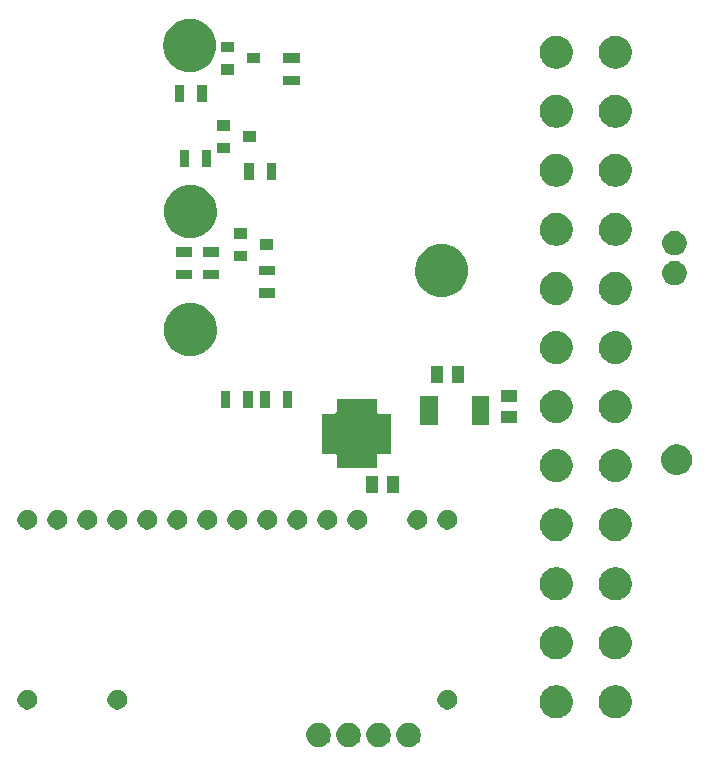
<source format=gbr>
G04 #@! TF.GenerationSoftware,KiCad,Pcbnew,(5.0.1)-rc2*
G04 #@! TF.CreationDate,2018-11-18T14:41:54-07:00*
G04 #@! TF.ProjectId,PowerSupply,506F776572537570706C792E6B696361,rev?*
G04 #@! TF.SameCoordinates,Original*
G04 #@! TF.FileFunction,Soldermask,Bot*
G04 #@! TF.FilePolarity,Negative*
%FSLAX46Y46*%
G04 Gerber Fmt 4.6, Leading zero omitted, Abs format (unit mm)*
G04 Created by KiCad (PCBNEW (5.0.1)-rc2) date 11/18/2018 2:41:54 PM*
%MOMM*%
%LPD*%
G01*
G04 APERTURE LIST*
%ADD10C,0.100000*%
G04 APERTURE END LIST*
D10*
G36*
X218723765Y-148298620D02*
X218913289Y-148377123D01*
X219083855Y-148491092D01*
X219228908Y-148636145D01*
X219342877Y-148806711D01*
X219421380Y-148996235D01*
X219461400Y-149197430D01*
X219461400Y-149402570D01*
X219421380Y-149603765D01*
X219342877Y-149793289D01*
X219228908Y-149963855D01*
X219083855Y-150108908D01*
X218913289Y-150222877D01*
X218723765Y-150301380D01*
X218522570Y-150341400D01*
X218317430Y-150341400D01*
X218116235Y-150301380D01*
X217926711Y-150222877D01*
X217756145Y-150108908D01*
X217611092Y-149963855D01*
X217497123Y-149793289D01*
X217418620Y-149603765D01*
X217378600Y-149402570D01*
X217378600Y-149197430D01*
X217418620Y-148996235D01*
X217497123Y-148806711D01*
X217611092Y-148636145D01*
X217756145Y-148491092D01*
X217926711Y-148377123D01*
X218116235Y-148298620D01*
X218317430Y-148258600D01*
X218522570Y-148258600D01*
X218723765Y-148298620D01*
X218723765Y-148298620D01*
G37*
G36*
X221263765Y-148298620D02*
X221453289Y-148377123D01*
X221623855Y-148491092D01*
X221768908Y-148636145D01*
X221882877Y-148806711D01*
X221961380Y-148996235D01*
X222001400Y-149197430D01*
X222001400Y-149402570D01*
X221961380Y-149603765D01*
X221882877Y-149793289D01*
X221768908Y-149963855D01*
X221623855Y-150108908D01*
X221453289Y-150222877D01*
X221263765Y-150301380D01*
X221062570Y-150341400D01*
X220857430Y-150341400D01*
X220656235Y-150301380D01*
X220466711Y-150222877D01*
X220296145Y-150108908D01*
X220151092Y-149963855D01*
X220037123Y-149793289D01*
X219958620Y-149603765D01*
X219918600Y-149402570D01*
X219918600Y-149197430D01*
X219958620Y-148996235D01*
X220037123Y-148806711D01*
X220151092Y-148636145D01*
X220296145Y-148491092D01*
X220466711Y-148377123D01*
X220656235Y-148298620D01*
X220857430Y-148258600D01*
X221062570Y-148258600D01*
X221263765Y-148298620D01*
X221263765Y-148298620D01*
G37*
G36*
X223803765Y-148298620D02*
X223993289Y-148377123D01*
X224163855Y-148491092D01*
X224308908Y-148636145D01*
X224422877Y-148806711D01*
X224501380Y-148996235D01*
X224541400Y-149197430D01*
X224541400Y-149402570D01*
X224501380Y-149603765D01*
X224422877Y-149793289D01*
X224308908Y-149963855D01*
X224163855Y-150108908D01*
X223993289Y-150222877D01*
X223803765Y-150301380D01*
X223602570Y-150341400D01*
X223397430Y-150341400D01*
X223196235Y-150301380D01*
X223006711Y-150222877D01*
X222836145Y-150108908D01*
X222691092Y-149963855D01*
X222577123Y-149793289D01*
X222498620Y-149603765D01*
X222458600Y-149402570D01*
X222458600Y-149197430D01*
X222498620Y-148996235D01*
X222577123Y-148806711D01*
X222691092Y-148636145D01*
X222836145Y-148491092D01*
X223006711Y-148377123D01*
X223196235Y-148298620D01*
X223397430Y-148258600D01*
X223602570Y-148258600D01*
X223803765Y-148298620D01*
X223803765Y-148298620D01*
G37*
G36*
X216183765Y-148298620D02*
X216373289Y-148377123D01*
X216543855Y-148491092D01*
X216688908Y-148636145D01*
X216802877Y-148806711D01*
X216881380Y-148996235D01*
X216921400Y-149197430D01*
X216921400Y-149402570D01*
X216881380Y-149603765D01*
X216802877Y-149793289D01*
X216688908Y-149963855D01*
X216543855Y-150108908D01*
X216373289Y-150222877D01*
X216183765Y-150301380D01*
X215982570Y-150341400D01*
X215777430Y-150341400D01*
X215576235Y-150301380D01*
X215386711Y-150222877D01*
X215216145Y-150108908D01*
X215071092Y-149963855D01*
X214957123Y-149793289D01*
X214878620Y-149603765D01*
X214838600Y-149402570D01*
X214838600Y-149197430D01*
X214878620Y-148996235D01*
X214957123Y-148806711D01*
X215071092Y-148636145D01*
X215216145Y-148491092D01*
X215386711Y-148377123D01*
X215576235Y-148298620D01*
X215777430Y-148258600D01*
X215982570Y-148258600D01*
X216183765Y-148298620D01*
X216183765Y-148298620D01*
G37*
G36*
X241318433Y-145134893D02*
X241408657Y-145152839D01*
X241514267Y-145196585D01*
X241663621Y-145258449D01*
X241893089Y-145411774D01*
X242088226Y-145606911D01*
X242241551Y-145836379D01*
X242347161Y-146091344D01*
X242401000Y-146362012D01*
X242401000Y-146637988D01*
X242347161Y-146908656D01*
X242241551Y-147163621D01*
X242088226Y-147393089D01*
X241893089Y-147588226D01*
X241663621Y-147741551D01*
X241514267Y-147803415D01*
X241408657Y-147847161D01*
X241318433Y-147865107D01*
X241137988Y-147901000D01*
X240862012Y-147901000D01*
X240681567Y-147865107D01*
X240591343Y-147847161D01*
X240485733Y-147803415D01*
X240336379Y-147741551D01*
X240106911Y-147588226D01*
X239911774Y-147393089D01*
X239758449Y-147163621D01*
X239652839Y-146908656D01*
X239599000Y-146637988D01*
X239599000Y-146362012D01*
X239652839Y-146091344D01*
X239758449Y-145836379D01*
X239911774Y-145606911D01*
X240106911Y-145411774D01*
X240336379Y-145258449D01*
X240485733Y-145196585D01*
X240591343Y-145152839D01*
X240681567Y-145134893D01*
X240862012Y-145099000D01*
X241137988Y-145099000D01*
X241318433Y-145134893D01*
X241318433Y-145134893D01*
G37*
G36*
X236318433Y-145134893D02*
X236408657Y-145152839D01*
X236514267Y-145196585D01*
X236663621Y-145258449D01*
X236893089Y-145411774D01*
X237088226Y-145606911D01*
X237241551Y-145836379D01*
X237347161Y-146091344D01*
X237401000Y-146362012D01*
X237401000Y-146637988D01*
X237347161Y-146908656D01*
X237241551Y-147163621D01*
X237088226Y-147393089D01*
X236893089Y-147588226D01*
X236663621Y-147741551D01*
X236514267Y-147803415D01*
X236408657Y-147847161D01*
X236318433Y-147865107D01*
X236137988Y-147901000D01*
X235862012Y-147901000D01*
X235681567Y-147865107D01*
X235591343Y-147847161D01*
X235485733Y-147803415D01*
X235336379Y-147741551D01*
X235106911Y-147588226D01*
X234911774Y-147393089D01*
X234758449Y-147163621D01*
X234652839Y-146908656D01*
X234599000Y-146637988D01*
X234599000Y-146362012D01*
X234652839Y-146091344D01*
X234758449Y-145836379D01*
X234911774Y-145606911D01*
X235106911Y-145411774D01*
X235336379Y-145258449D01*
X235485733Y-145196585D01*
X235591343Y-145152839D01*
X235681567Y-145134893D01*
X235862012Y-145099000D01*
X236137988Y-145099000D01*
X236318433Y-145134893D01*
X236318433Y-145134893D01*
G37*
G36*
X199030560Y-145503079D02*
X199084552Y-145513819D01*
X199237131Y-145577019D01*
X199374449Y-145668772D01*
X199491228Y-145785551D01*
X199582981Y-145922869D01*
X199646181Y-146075448D01*
X199678400Y-146237425D01*
X199678400Y-146402575D01*
X199646181Y-146564552D01*
X199582981Y-146717131D01*
X199491228Y-146854449D01*
X199374449Y-146971228D01*
X199237131Y-147062981D01*
X199084552Y-147126181D01*
X199030560Y-147136921D01*
X198922577Y-147158400D01*
X198757423Y-147158400D01*
X198649440Y-147136921D01*
X198595448Y-147126181D01*
X198442869Y-147062981D01*
X198305551Y-146971228D01*
X198188772Y-146854449D01*
X198097019Y-146717131D01*
X198033819Y-146564552D01*
X198001600Y-146402575D01*
X198001600Y-146237425D01*
X198033819Y-146075448D01*
X198097019Y-145922869D01*
X198188772Y-145785551D01*
X198305551Y-145668772D01*
X198442869Y-145577019D01*
X198595448Y-145513819D01*
X198649440Y-145503079D01*
X198757423Y-145481600D01*
X198922577Y-145481600D01*
X199030560Y-145503079D01*
X199030560Y-145503079D01*
G37*
G36*
X191410560Y-145503079D02*
X191464552Y-145513819D01*
X191617131Y-145577019D01*
X191754449Y-145668772D01*
X191871228Y-145785551D01*
X191962981Y-145922869D01*
X192026181Y-146075448D01*
X192058400Y-146237425D01*
X192058400Y-146402575D01*
X192026181Y-146564552D01*
X191962981Y-146717131D01*
X191871228Y-146854449D01*
X191754449Y-146971228D01*
X191617131Y-147062981D01*
X191464552Y-147126181D01*
X191410560Y-147136921D01*
X191302577Y-147158400D01*
X191137423Y-147158400D01*
X191029440Y-147136921D01*
X190975448Y-147126181D01*
X190822869Y-147062981D01*
X190685551Y-146971228D01*
X190568772Y-146854449D01*
X190477019Y-146717131D01*
X190413819Y-146564552D01*
X190381600Y-146402575D01*
X190381600Y-146237425D01*
X190413819Y-146075448D01*
X190477019Y-145922869D01*
X190568772Y-145785551D01*
X190685551Y-145668772D01*
X190822869Y-145577019D01*
X190975448Y-145513819D01*
X191029440Y-145503079D01*
X191137423Y-145481600D01*
X191302577Y-145481600D01*
X191410560Y-145503079D01*
X191410560Y-145503079D01*
G37*
G36*
X226970560Y-145503079D02*
X227024552Y-145513819D01*
X227177131Y-145577019D01*
X227314449Y-145668772D01*
X227431228Y-145785551D01*
X227522981Y-145922869D01*
X227586181Y-146075448D01*
X227618400Y-146237425D01*
X227618400Y-146402575D01*
X227586181Y-146564552D01*
X227522981Y-146717131D01*
X227431228Y-146854449D01*
X227314449Y-146971228D01*
X227177131Y-147062981D01*
X227024552Y-147126181D01*
X226970560Y-147136921D01*
X226862577Y-147158400D01*
X226697423Y-147158400D01*
X226589440Y-147136921D01*
X226535448Y-147126181D01*
X226382869Y-147062981D01*
X226245551Y-146971228D01*
X226128772Y-146854449D01*
X226037019Y-146717131D01*
X225973819Y-146564552D01*
X225941600Y-146402575D01*
X225941600Y-146237425D01*
X225973819Y-146075448D01*
X226037019Y-145922869D01*
X226128772Y-145785551D01*
X226245551Y-145668772D01*
X226382869Y-145577019D01*
X226535448Y-145513819D01*
X226589440Y-145503079D01*
X226697423Y-145481600D01*
X226862577Y-145481600D01*
X226970560Y-145503079D01*
X226970560Y-145503079D01*
G37*
G36*
X236318433Y-140134893D02*
X236408657Y-140152839D01*
X236514267Y-140196585D01*
X236663621Y-140258449D01*
X236893089Y-140411774D01*
X237088226Y-140606911D01*
X237241551Y-140836379D01*
X237347161Y-141091344D01*
X237401000Y-141362012D01*
X237401000Y-141637988D01*
X237347161Y-141908656D01*
X237241551Y-142163621D01*
X237088226Y-142393089D01*
X236893089Y-142588226D01*
X236663621Y-142741551D01*
X236514267Y-142803415D01*
X236408657Y-142847161D01*
X236318433Y-142865107D01*
X236137988Y-142901000D01*
X235862012Y-142901000D01*
X235681567Y-142865107D01*
X235591343Y-142847161D01*
X235485733Y-142803415D01*
X235336379Y-142741551D01*
X235106911Y-142588226D01*
X234911774Y-142393089D01*
X234758449Y-142163621D01*
X234652839Y-141908656D01*
X234599000Y-141637988D01*
X234599000Y-141362012D01*
X234652839Y-141091344D01*
X234758449Y-140836379D01*
X234911774Y-140606911D01*
X235106911Y-140411774D01*
X235336379Y-140258449D01*
X235485733Y-140196585D01*
X235591343Y-140152839D01*
X235681567Y-140134893D01*
X235862012Y-140099000D01*
X236137988Y-140099000D01*
X236318433Y-140134893D01*
X236318433Y-140134893D01*
G37*
G36*
X241318433Y-140134893D02*
X241408657Y-140152839D01*
X241514267Y-140196585D01*
X241663621Y-140258449D01*
X241893089Y-140411774D01*
X242088226Y-140606911D01*
X242241551Y-140836379D01*
X242347161Y-141091344D01*
X242401000Y-141362012D01*
X242401000Y-141637988D01*
X242347161Y-141908656D01*
X242241551Y-142163621D01*
X242088226Y-142393089D01*
X241893089Y-142588226D01*
X241663621Y-142741551D01*
X241514267Y-142803415D01*
X241408657Y-142847161D01*
X241318433Y-142865107D01*
X241137988Y-142901000D01*
X240862012Y-142901000D01*
X240681567Y-142865107D01*
X240591343Y-142847161D01*
X240485733Y-142803415D01*
X240336379Y-142741551D01*
X240106911Y-142588226D01*
X239911774Y-142393089D01*
X239758449Y-142163621D01*
X239652839Y-141908656D01*
X239599000Y-141637988D01*
X239599000Y-141362012D01*
X239652839Y-141091344D01*
X239758449Y-140836379D01*
X239911774Y-140606911D01*
X240106911Y-140411774D01*
X240336379Y-140258449D01*
X240485733Y-140196585D01*
X240591343Y-140152839D01*
X240681567Y-140134893D01*
X240862012Y-140099000D01*
X241137988Y-140099000D01*
X241318433Y-140134893D01*
X241318433Y-140134893D01*
G37*
G36*
X241318433Y-135134893D02*
X241408657Y-135152839D01*
X241514267Y-135196585D01*
X241663621Y-135258449D01*
X241893089Y-135411774D01*
X242088226Y-135606911D01*
X242241551Y-135836379D01*
X242347161Y-136091344D01*
X242401000Y-136362012D01*
X242401000Y-136637988D01*
X242347161Y-136908656D01*
X242241551Y-137163621D01*
X242088226Y-137393089D01*
X241893089Y-137588226D01*
X241663621Y-137741551D01*
X241514267Y-137803415D01*
X241408657Y-137847161D01*
X241318433Y-137865107D01*
X241137988Y-137901000D01*
X240862012Y-137901000D01*
X240681567Y-137865107D01*
X240591343Y-137847161D01*
X240485733Y-137803415D01*
X240336379Y-137741551D01*
X240106911Y-137588226D01*
X239911774Y-137393089D01*
X239758449Y-137163621D01*
X239652839Y-136908656D01*
X239599000Y-136637988D01*
X239599000Y-136362012D01*
X239652839Y-136091344D01*
X239758449Y-135836379D01*
X239911774Y-135606911D01*
X240106911Y-135411774D01*
X240336379Y-135258449D01*
X240485733Y-135196585D01*
X240591343Y-135152839D01*
X240681567Y-135134893D01*
X240862012Y-135099000D01*
X241137988Y-135099000D01*
X241318433Y-135134893D01*
X241318433Y-135134893D01*
G37*
G36*
X236318433Y-135134893D02*
X236408657Y-135152839D01*
X236514267Y-135196585D01*
X236663621Y-135258449D01*
X236893089Y-135411774D01*
X237088226Y-135606911D01*
X237241551Y-135836379D01*
X237347161Y-136091344D01*
X237401000Y-136362012D01*
X237401000Y-136637988D01*
X237347161Y-136908656D01*
X237241551Y-137163621D01*
X237088226Y-137393089D01*
X236893089Y-137588226D01*
X236663621Y-137741551D01*
X236514267Y-137803415D01*
X236408657Y-137847161D01*
X236318433Y-137865107D01*
X236137988Y-137901000D01*
X235862012Y-137901000D01*
X235681567Y-137865107D01*
X235591343Y-137847161D01*
X235485733Y-137803415D01*
X235336379Y-137741551D01*
X235106911Y-137588226D01*
X234911774Y-137393089D01*
X234758449Y-137163621D01*
X234652839Y-136908656D01*
X234599000Y-136637988D01*
X234599000Y-136362012D01*
X234652839Y-136091344D01*
X234758449Y-135836379D01*
X234911774Y-135606911D01*
X235106911Y-135411774D01*
X235336379Y-135258449D01*
X235485733Y-135196585D01*
X235591343Y-135152839D01*
X235681567Y-135134893D01*
X235862012Y-135099000D01*
X236137988Y-135099000D01*
X236318433Y-135134893D01*
X236318433Y-135134893D01*
G37*
G36*
X241318433Y-130134893D02*
X241408657Y-130152839D01*
X241514267Y-130196585D01*
X241663621Y-130258449D01*
X241893089Y-130411774D01*
X242088226Y-130606911D01*
X242241551Y-130836379D01*
X242303415Y-130985733D01*
X242308259Y-130997425D01*
X242347161Y-131091344D01*
X242401000Y-131362012D01*
X242401000Y-131637988D01*
X242347161Y-131908656D01*
X242241551Y-132163621D01*
X242088226Y-132393089D01*
X241893089Y-132588226D01*
X241663621Y-132741551D01*
X241514267Y-132803415D01*
X241408657Y-132847161D01*
X241318433Y-132865107D01*
X241137988Y-132901000D01*
X240862012Y-132901000D01*
X240681567Y-132865107D01*
X240591343Y-132847161D01*
X240485733Y-132803415D01*
X240336379Y-132741551D01*
X240106911Y-132588226D01*
X239911774Y-132393089D01*
X239758449Y-132163621D01*
X239652839Y-131908656D01*
X239599000Y-131637988D01*
X239599000Y-131362012D01*
X239652839Y-131091344D01*
X239691742Y-130997425D01*
X239696585Y-130985733D01*
X239758449Y-130836379D01*
X239911774Y-130606911D01*
X240106911Y-130411774D01*
X240336379Y-130258449D01*
X240485733Y-130196585D01*
X240591343Y-130152839D01*
X240681567Y-130134893D01*
X240862012Y-130099000D01*
X241137988Y-130099000D01*
X241318433Y-130134893D01*
X241318433Y-130134893D01*
G37*
G36*
X236318433Y-130134893D02*
X236408657Y-130152839D01*
X236514267Y-130196585D01*
X236663621Y-130258449D01*
X236893089Y-130411774D01*
X237088226Y-130606911D01*
X237241551Y-130836379D01*
X237303415Y-130985733D01*
X237308259Y-130997425D01*
X237347161Y-131091344D01*
X237401000Y-131362012D01*
X237401000Y-131637988D01*
X237347161Y-131908656D01*
X237241551Y-132163621D01*
X237088226Y-132393089D01*
X236893089Y-132588226D01*
X236663621Y-132741551D01*
X236514267Y-132803415D01*
X236408657Y-132847161D01*
X236318433Y-132865107D01*
X236137988Y-132901000D01*
X235862012Y-132901000D01*
X235681567Y-132865107D01*
X235591343Y-132847161D01*
X235485733Y-132803415D01*
X235336379Y-132741551D01*
X235106911Y-132588226D01*
X234911774Y-132393089D01*
X234758449Y-132163621D01*
X234652839Y-131908656D01*
X234599000Y-131637988D01*
X234599000Y-131362012D01*
X234652839Y-131091344D01*
X234691742Y-130997425D01*
X234696585Y-130985733D01*
X234758449Y-130836379D01*
X234911774Y-130606911D01*
X235106911Y-130411774D01*
X235336379Y-130258449D01*
X235485733Y-130196585D01*
X235591343Y-130152839D01*
X235681567Y-130134893D01*
X235862012Y-130099000D01*
X236137988Y-130099000D01*
X236318433Y-130134893D01*
X236318433Y-130134893D01*
G37*
G36*
X216810560Y-130263079D02*
X216864552Y-130273819D01*
X217017131Y-130337019D01*
X217154449Y-130428772D01*
X217271228Y-130545551D01*
X217362981Y-130682869D01*
X217426181Y-130835448D01*
X217458400Y-130997425D01*
X217458400Y-131162575D01*
X217426181Y-131324552D01*
X217362981Y-131477131D01*
X217271228Y-131614449D01*
X217154449Y-131731228D01*
X217017131Y-131822981D01*
X216864552Y-131886181D01*
X216810560Y-131896921D01*
X216702577Y-131918400D01*
X216537423Y-131918400D01*
X216429440Y-131896921D01*
X216375448Y-131886181D01*
X216222869Y-131822981D01*
X216085551Y-131731228D01*
X215968772Y-131614449D01*
X215877019Y-131477131D01*
X215813819Y-131324552D01*
X215781600Y-131162575D01*
X215781600Y-130997425D01*
X215813819Y-130835448D01*
X215877019Y-130682869D01*
X215968772Y-130545551D01*
X216085551Y-130428772D01*
X216222869Y-130337019D01*
X216375448Y-130273819D01*
X216429440Y-130263079D01*
X216537423Y-130241600D01*
X216702577Y-130241600D01*
X216810560Y-130263079D01*
X216810560Y-130263079D01*
G37*
G36*
X209190560Y-130263079D02*
X209244552Y-130273819D01*
X209397131Y-130337019D01*
X209534449Y-130428772D01*
X209651228Y-130545551D01*
X209742981Y-130682869D01*
X209806181Y-130835448D01*
X209838400Y-130997425D01*
X209838400Y-131162575D01*
X209806181Y-131324552D01*
X209742981Y-131477131D01*
X209651228Y-131614449D01*
X209534449Y-131731228D01*
X209397131Y-131822981D01*
X209244552Y-131886181D01*
X209190560Y-131896921D01*
X209082577Y-131918400D01*
X208917423Y-131918400D01*
X208809440Y-131896921D01*
X208755448Y-131886181D01*
X208602869Y-131822981D01*
X208465551Y-131731228D01*
X208348772Y-131614449D01*
X208257019Y-131477131D01*
X208193819Y-131324552D01*
X208161600Y-131162575D01*
X208161600Y-130997425D01*
X208193819Y-130835448D01*
X208257019Y-130682869D01*
X208348772Y-130545551D01*
X208465551Y-130428772D01*
X208602869Y-130337019D01*
X208755448Y-130273819D01*
X208809440Y-130263079D01*
X208917423Y-130241600D01*
X209082577Y-130241600D01*
X209190560Y-130263079D01*
X209190560Y-130263079D01*
G37*
G36*
X226970560Y-130263079D02*
X227024552Y-130273819D01*
X227177131Y-130337019D01*
X227314449Y-130428772D01*
X227431228Y-130545551D01*
X227522981Y-130682869D01*
X227586181Y-130835448D01*
X227618400Y-130997425D01*
X227618400Y-131162575D01*
X227586181Y-131324552D01*
X227522981Y-131477131D01*
X227431228Y-131614449D01*
X227314449Y-131731228D01*
X227177131Y-131822981D01*
X227024552Y-131886181D01*
X226970560Y-131896921D01*
X226862577Y-131918400D01*
X226697423Y-131918400D01*
X226589440Y-131896921D01*
X226535448Y-131886181D01*
X226382869Y-131822981D01*
X226245551Y-131731228D01*
X226128772Y-131614449D01*
X226037019Y-131477131D01*
X225973819Y-131324552D01*
X225941600Y-131162575D01*
X225941600Y-130997425D01*
X225973819Y-130835448D01*
X226037019Y-130682869D01*
X226128772Y-130545551D01*
X226245551Y-130428772D01*
X226382869Y-130337019D01*
X226535448Y-130273819D01*
X226589440Y-130263079D01*
X226697423Y-130241600D01*
X226862577Y-130241600D01*
X226970560Y-130263079D01*
X226970560Y-130263079D01*
G37*
G36*
X224430560Y-130263079D02*
X224484552Y-130273819D01*
X224637131Y-130337019D01*
X224774449Y-130428772D01*
X224891228Y-130545551D01*
X224982981Y-130682869D01*
X225046181Y-130835448D01*
X225078400Y-130997425D01*
X225078400Y-131162575D01*
X225046181Y-131324552D01*
X224982981Y-131477131D01*
X224891228Y-131614449D01*
X224774449Y-131731228D01*
X224637131Y-131822981D01*
X224484552Y-131886181D01*
X224430560Y-131896921D01*
X224322577Y-131918400D01*
X224157423Y-131918400D01*
X224049440Y-131896921D01*
X223995448Y-131886181D01*
X223842869Y-131822981D01*
X223705551Y-131731228D01*
X223588772Y-131614449D01*
X223497019Y-131477131D01*
X223433819Y-131324552D01*
X223401600Y-131162575D01*
X223401600Y-130997425D01*
X223433819Y-130835448D01*
X223497019Y-130682869D01*
X223588772Y-130545551D01*
X223705551Y-130428772D01*
X223842869Y-130337019D01*
X223995448Y-130273819D01*
X224049440Y-130263079D01*
X224157423Y-130241600D01*
X224322577Y-130241600D01*
X224430560Y-130263079D01*
X224430560Y-130263079D01*
G37*
G36*
X219350560Y-130263079D02*
X219404552Y-130273819D01*
X219557131Y-130337019D01*
X219694449Y-130428772D01*
X219811228Y-130545551D01*
X219902981Y-130682869D01*
X219966181Y-130835448D01*
X219998400Y-130997425D01*
X219998400Y-131162575D01*
X219966181Y-131324552D01*
X219902981Y-131477131D01*
X219811228Y-131614449D01*
X219694449Y-131731228D01*
X219557131Y-131822981D01*
X219404552Y-131886181D01*
X219350560Y-131896921D01*
X219242577Y-131918400D01*
X219077423Y-131918400D01*
X218969440Y-131896921D01*
X218915448Y-131886181D01*
X218762869Y-131822981D01*
X218625551Y-131731228D01*
X218508772Y-131614449D01*
X218417019Y-131477131D01*
X218353819Y-131324552D01*
X218321600Y-131162575D01*
X218321600Y-130997425D01*
X218353819Y-130835448D01*
X218417019Y-130682869D01*
X218508772Y-130545551D01*
X218625551Y-130428772D01*
X218762869Y-130337019D01*
X218915448Y-130273819D01*
X218969440Y-130263079D01*
X219077423Y-130241600D01*
X219242577Y-130241600D01*
X219350560Y-130263079D01*
X219350560Y-130263079D01*
G37*
G36*
X214270560Y-130263079D02*
X214324552Y-130273819D01*
X214477131Y-130337019D01*
X214614449Y-130428772D01*
X214731228Y-130545551D01*
X214822981Y-130682869D01*
X214886181Y-130835448D01*
X214918400Y-130997425D01*
X214918400Y-131162575D01*
X214886181Y-131324552D01*
X214822981Y-131477131D01*
X214731228Y-131614449D01*
X214614449Y-131731228D01*
X214477131Y-131822981D01*
X214324552Y-131886181D01*
X214270560Y-131896921D01*
X214162577Y-131918400D01*
X213997423Y-131918400D01*
X213889440Y-131896921D01*
X213835448Y-131886181D01*
X213682869Y-131822981D01*
X213545551Y-131731228D01*
X213428772Y-131614449D01*
X213337019Y-131477131D01*
X213273819Y-131324552D01*
X213241600Y-131162575D01*
X213241600Y-130997425D01*
X213273819Y-130835448D01*
X213337019Y-130682869D01*
X213428772Y-130545551D01*
X213545551Y-130428772D01*
X213682869Y-130337019D01*
X213835448Y-130273819D01*
X213889440Y-130263079D01*
X213997423Y-130241600D01*
X214162577Y-130241600D01*
X214270560Y-130263079D01*
X214270560Y-130263079D01*
G37*
G36*
X206650560Y-130263079D02*
X206704552Y-130273819D01*
X206857131Y-130337019D01*
X206994449Y-130428772D01*
X207111228Y-130545551D01*
X207202981Y-130682869D01*
X207266181Y-130835448D01*
X207298400Y-130997425D01*
X207298400Y-131162575D01*
X207266181Y-131324552D01*
X207202981Y-131477131D01*
X207111228Y-131614449D01*
X206994449Y-131731228D01*
X206857131Y-131822981D01*
X206704552Y-131886181D01*
X206650560Y-131896921D01*
X206542577Y-131918400D01*
X206377423Y-131918400D01*
X206269440Y-131896921D01*
X206215448Y-131886181D01*
X206062869Y-131822981D01*
X205925551Y-131731228D01*
X205808772Y-131614449D01*
X205717019Y-131477131D01*
X205653819Y-131324552D01*
X205621600Y-131162575D01*
X205621600Y-130997425D01*
X205653819Y-130835448D01*
X205717019Y-130682869D01*
X205808772Y-130545551D01*
X205925551Y-130428772D01*
X206062869Y-130337019D01*
X206215448Y-130273819D01*
X206269440Y-130263079D01*
X206377423Y-130241600D01*
X206542577Y-130241600D01*
X206650560Y-130263079D01*
X206650560Y-130263079D01*
G37*
G36*
X211730560Y-130263079D02*
X211784552Y-130273819D01*
X211937131Y-130337019D01*
X212074449Y-130428772D01*
X212191228Y-130545551D01*
X212282981Y-130682869D01*
X212346181Y-130835448D01*
X212378400Y-130997425D01*
X212378400Y-131162575D01*
X212346181Y-131324552D01*
X212282981Y-131477131D01*
X212191228Y-131614449D01*
X212074449Y-131731228D01*
X211937131Y-131822981D01*
X211784552Y-131886181D01*
X211730560Y-131896921D01*
X211622577Y-131918400D01*
X211457423Y-131918400D01*
X211349440Y-131896921D01*
X211295448Y-131886181D01*
X211142869Y-131822981D01*
X211005551Y-131731228D01*
X210888772Y-131614449D01*
X210797019Y-131477131D01*
X210733819Y-131324552D01*
X210701600Y-131162575D01*
X210701600Y-130997425D01*
X210733819Y-130835448D01*
X210797019Y-130682869D01*
X210888772Y-130545551D01*
X211005551Y-130428772D01*
X211142869Y-130337019D01*
X211295448Y-130273819D01*
X211349440Y-130263079D01*
X211457423Y-130241600D01*
X211622577Y-130241600D01*
X211730560Y-130263079D01*
X211730560Y-130263079D01*
G37*
G36*
X193950560Y-130263079D02*
X194004552Y-130273819D01*
X194157131Y-130337019D01*
X194294449Y-130428772D01*
X194411228Y-130545551D01*
X194502981Y-130682869D01*
X194566181Y-130835448D01*
X194598400Y-130997425D01*
X194598400Y-131162575D01*
X194566181Y-131324552D01*
X194502981Y-131477131D01*
X194411228Y-131614449D01*
X194294449Y-131731228D01*
X194157131Y-131822981D01*
X194004552Y-131886181D01*
X193950560Y-131896921D01*
X193842577Y-131918400D01*
X193677423Y-131918400D01*
X193569440Y-131896921D01*
X193515448Y-131886181D01*
X193362869Y-131822981D01*
X193225551Y-131731228D01*
X193108772Y-131614449D01*
X193017019Y-131477131D01*
X192953819Y-131324552D01*
X192921600Y-131162575D01*
X192921600Y-130997425D01*
X192953819Y-130835448D01*
X193017019Y-130682869D01*
X193108772Y-130545551D01*
X193225551Y-130428772D01*
X193362869Y-130337019D01*
X193515448Y-130273819D01*
X193569440Y-130263079D01*
X193677423Y-130241600D01*
X193842577Y-130241600D01*
X193950560Y-130263079D01*
X193950560Y-130263079D01*
G37*
G36*
X196490560Y-130263079D02*
X196544552Y-130273819D01*
X196697131Y-130337019D01*
X196834449Y-130428772D01*
X196951228Y-130545551D01*
X197042981Y-130682869D01*
X197106181Y-130835448D01*
X197138400Y-130997425D01*
X197138400Y-131162575D01*
X197106181Y-131324552D01*
X197042981Y-131477131D01*
X196951228Y-131614449D01*
X196834449Y-131731228D01*
X196697131Y-131822981D01*
X196544552Y-131886181D01*
X196490560Y-131896921D01*
X196382577Y-131918400D01*
X196217423Y-131918400D01*
X196109440Y-131896921D01*
X196055448Y-131886181D01*
X195902869Y-131822981D01*
X195765551Y-131731228D01*
X195648772Y-131614449D01*
X195557019Y-131477131D01*
X195493819Y-131324552D01*
X195461600Y-131162575D01*
X195461600Y-130997425D01*
X195493819Y-130835448D01*
X195557019Y-130682869D01*
X195648772Y-130545551D01*
X195765551Y-130428772D01*
X195902869Y-130337019D01*
X196055448Y-130273819D01*
X196109440Y-130263079D01*
X196217423Y-130241600D01*
X196382577Y-130241600D01*
X196490560Y-130263079D01*
X196490560Y-130263079D01*
G37*
G36*
X199030560Y-130263079D02*
X199084552Y-130273819D01*
X199237131Y-130337019D01*
X199374449Y-130428772D01*
X199491228Y-130545551D01*
X199582981Y-130682869D01*
X199646181Y-130835448D01*
X199678400Y-130997425D01*
X199678400Y-131162575D01*
X199646181Y-131324552D01*
X199582981Y-131477131D01*
X199491228Y-131614449D01*
X199374449Y-131731228D01*
X199237131Y-131822981D01*
X199084552Y-131886181D01*
X199030560Y-131896921D01*
X198922577Y-131918400D01*
X198757423Y-131918400D01*
X198649440Y-131896921D01*
X198595448Y-131886181D01*
X198442869Y-131822981D01*
X198305551Y-131731228D01*
X198188772Y-131614449D01*
X198097019Y-131477131D01*
X198033819Y-131324552D01*
X198001600Y-131162575D01*
X198001600Y-130997425D01*
X198033819Y-130835448D01*
X198097019Y-130682869D01*
X198188772Y-130545551D01*
X198305551Y-130428772D01*
X198442869Y-130337019D01*
X198595448Y-130273819D01*
X198649440Y-130263079D01*
X198757423Y-130241600D01*
X198922577Y-130241600D01*
X199030560Y-130263079D01*
X199030560Y-130263079D01*
G37*
G36*
X204110560Y-130263079D02*
X204164552Y-130273819D01*
X204317131Y-130337019D01*
X204454449Y-130428772D01*
X204571228Y-130545551D01*
X204662981Y-130682869D01*
X204726181Y-130835448D01*
X204758400Y-130997425D01*
X204758400Y-131162575D01*
X204726181Y-131324552D01*
X204662981Y-131477131D01*
X204571228Y-131614449D01*
X204454449Y-131731228D01*
X204317131Y-131822981D01*
X204164552Y-131886181D01*
X204110560Y-131896921D01*
X204002577Y-131918400D01*
X203837423Y-131918400D01*
X203729440Y-131896921D01*
X203675448Y-131886181D01*
X203522869Y-131822981D01*
X203385551Y-131731228D01*
X203268772Y-131614449D01*
X203177019Y-131477131D01*
X203113819Y-131324552D01*
X203081600Y-131162575D01*
X203081600Y-130997425D01*
X203113819Y-130835448D01*
X203177019Y-130682869D01*
X203268772Y-130545551D01*
X203385551Y-130428772D01*
X203522869Y-130337019D01*
X203675448Y-130273819D01*
X203729440Y-130263079D01*
X203837423Y-130241600D01*
X204002577Y-130241600D01*
X204110560Y-130263079D01*
X204110560Y-130263079D01*
G37*
G36*
X201570560Y-130263079D02*
X201624552Y-130273819D01*
X201777131Y-130337019D01*
X201914449Y-130428772D01*
X202031228Y-130545551D01*
X202122981Y-130682869D01*
X202186181Y-130835448D01*
X202218400Y-130997425D01*
X202218400Y-131162575D01*
X202186181Y-131324552D01*
X202122981Y-131477131D01*
X202031228Y-131614449D01*
X201914449Y-131731228D01*
X201777131Y-131822981D01*
X201624552Y-131886181D01*
X201570560Y-131896921D01*
X201462577Y-131918400D01*
X201297423Y-131918400D01*
X201189440Y-131896921D01*
X201135448Y-131886181D01*
X200982869Y-131822981D01*
X200845551Y-131731228D01*
X200728772Y-131614449D01*
X200637019Y-131477131D01*
X200573819Y-131324552D01*
X200541600Y-131162575D01*
X200541600Y-130997425D01*
X200573819Y-130835448D01*
X200637019Y-130682869D01*
X200728772Y-130545551D01*
X200845551Y-130428772D01*
X200982869Y-130337019D01*
X201135448Y-130273819D01*
X201189440Y-130263079D01*
X201297423Y-130241600D01*
X201462577Y-130241600D01*
X201570560Y-130263079D01*
X201570560Y-130263079D01*
G37*
G36*
X191410560Y-130263079D02*
X191464552Y-130273819D01*
X191617131Y-130337019D01*
X191754449Y-130428772D01*
X191871228Y-130545551D01*
X191962981Y-130682869D01*
X192026181Y-130835448D01*
X192058400Y-130997425D01*
X192058400Y-131162575D01*
X192026181Y-131324552D01*
X191962981Y-131477131D01*
X191871228Y-131614449D01*
X191754449Y-131731228D01*
X191617131Y-131822981D01*
X191464552Y-131886181D01*
X191410560Y-131896921D01*
X191302577Y-131918400D01*
X191137423Y-131918400D01*
X191029440Y-131896921D01*
X190975448Y-131886181D01*
X190822869Y-131822981D01*
X190685551Y-131731228D01*
X190568772Y-131614449D01*
X190477019Y-131477131D01*
X190413819Y-131324552D01*
X190381600Y-131162575D01*
X190381600Y-130997425D01*
X190413819Y-130835448D01*
X190477019Y-130682869D01*
X190568772Y-130545551D01*
X190685551Y-130428772D01*
X190822869Y-130337019D01*
X190975448Y-130273819D01*
X191029440Y-130263079D01*
X191137423Y-130241600D01*
X191302577Y-130241600D01*
X191410560Y-130263079D01*
X191410560Y-130263079D01*
G37*
G36*
X222699540Y-128801040D02*
X221698780Y-128801040D01*
X221698780Y-127398960D01*
X222699540Y-127398960D01*
X222699540Y-128801040D01*
X222699540Y-128801040D01*
G37*
G36*
X220901220Y-128801040D02*
X219900460Y-128801040D01*
X219900460Y-127398960D01*
X220901220Y-127398960D01*
X220901220Y-128801040D01*
X220901220Y-128801040D01*
G37*
G36*
X241318433Y-125134893D02*
X241408657Y-125152839D01*
X241514267Y-125196585D01*
X241663621Y-125258449D01*
X241893089Y-125411774D01*
X242088226Y-125606911D01*
X242241551Y-125836379D01*
X242347161Y-126091344D01*
X242401000Y-126362012D01*
X242401000Y-126637988D01*
X242347161Y-126908656D01*
X242241551Y-127163621D01*
X242088226Y-127393089D01*
X241893089Y-127588226D01*
X241663621Y-127741551D01*
X241514267Y-127803415D01*
X241408657Y-127847161D01*
X241318433Y-127865107D01*
X241137988Y-127901000D01*
X240862012Y-127901000D01*
X240681567Y-127865107D01*
X240591343Y-127847161D01*
X240485733Y-127803415D01*
X240336379Y-127741551D01*
X240106911Y-127588226D01*
X239911774Y-127393089D01*
X239758449Y-127163621D01*
X239652839Y-126908656D01*
X239599000Y-126637988D01*
X239599000Y-126362012D01*
X239652839Y-126091344D01*
X239758449Y-125836379D01*
X239911774Y-125606911D01*
X240106911Y-125411774D01*
X240336379Y-125258449D01*
X240485733Y-125196585D01*
X240591343Y-125152839D01*
X240681567Y-125134893D01*
X240862012Y-125099000D01*
X241137988Y-125099000D01*
X241318433Y-125134893D01*
X241318433Y-125134893D01*
G37*
G36*
X236318433Y-125134893D02*
X236408657Y-125152839D01*
X236514267Y-125196585D01*
X236663621Y-125258449D01*
X236893089Y-125411774D01*
X237088226Y-125606911D01*
X237241551Y-125836379D01*
X237347161Y-126091344D01*
X237401000Y-126362012D01*
X237401000Y-126637988D01*
X237347161Y-126908656D01*
X237241551Y-127163621D01*
X237088226Y-127393089D01*
X236893089Y-127588226D01*
X236663621Y-127741551D01*
X236514267Y-127803415D01*
X236408657Y-127847161D01*
X236318433Y-127865107D01*
X236137988Y-127901000D01*
X235862012Y-127901000D01*
X235681567Y-127865107D01*
X235591343Y-127847161D01*
X235485733Y-127803415D01*
X235336379Y-127741551D01*
X235106911Y-127588226D01*
X234911774Y-127393089D01*
X234758449Y-127163621D01*
X234652839Y-126908656D01*
X234599000Y-126637988D01*
X234599000Y-126362012D01*
X234652839Y-126091344D01*
X234758449Y-125836379D01*
X234911774Y-125606911D01*
X235106911Y-125411774D01*
X235336379Y-125258449D01*
X235485733Y-125196585D01*
X235591343Y-125152839D01*
X235681567Y-125134893D01*
X235862012Y-125099000D01*
X236137988Y-125099000D01*
X236318433Y-125134893D01*
X236318433Y-125134893D01*
G37*
G36*
X246579485Y-124748996D02*
X246579487Y-124748997D01*
X246579488Y-124748997D01*
X246816255Y-124847069D01*
X247029342Y-124989449D01*
X247210551Y-125170658D01*
X247210553Y-125170661D01*
X247352931Y-125383745D01*
X247445371Y-125606914D01*
X247451004Y-125620515D01*
X247501000Y-125871861D01*
X247501000Y-126128139D01*
X247451004Y-126379485D01*
X247352931Y-126616255D01*
X247210551Y-126829342D01*
X247029342Y-127010551D01*
X247029339Y-127010553D01*
X246816255Y-127152931D01*
X246579488Y-127251003D01*
X246579487Y-127251003D01*
X246579485Y-127251004D01*
X246328139Y-127301000D01*
X246071861Y-127301000D01*
X245820515Y-127251004D01*
X245820513Y-127251003D01*
X245820512Y-127251003D01*
X245583745Y-127152931D01*
X245370661Y-127010553D01*
X245370658Y-127010551D01*
X245189449Y-126829342D01*
X245047069Y-126616255D01*
X244948996Y-126379485D01*
X244899000Y-126128139D01*
X244899000Y-125871861D01*
X244948996Y-125620515D01*
X244954630Y-125606914D01*
X245047069Y-125383745D01*
X245189447Y-125170661D01*
X245189449Y-125170658D01*
X245370658Y-124989449D01*
X245583745Y-124847069D01*
X245820512Y-124748997D01*
X245820513Y-124748997D01*
X245820515Y-124748996D01*
X246071861Y-124699000D01*
X246328139Y-124699000D01*
X246579485Y-124748996D01*
X246579485Y-124748996D01*
G37*
G36*
X220803400Y-121947600D02*
X220805802Y-121971986D01*
X220812915Y-121995435D01*
X220824466Y-122017046D01*
X220840012Y-122035988D01*
X220853194Y-122046806D01*
X220864012Y-122059988D01*
X220882954Y-122075534D01*
X220904565Y-122087085D01*
X220928014Y-122094198D01*
X220952400Y-122096600D01*
X222008500Y-122096600D01*
X222008500Y-125503400D01*
X220952400Y-125503400D01*
X220928014Y-125505802D01*
X220904565Y-125512915D01*
X220882954Y-125524466D01*
X220864012Y-125540012D01*
X220853194Y-125553194D01*
X220840012Y-125564012D01*
X220824466Y-125582954D01*
X220812915Y-125604565D01*
X220805802Y-125628014D01*
X220803400Y-125652400D01*
X220803400Y-126708500D01*
X217396600Y-126708500D01*
X217396600Y-125652400D01*
X217394198Y-125628014D01*
X217387085Y-125604565D01*
X217375534Y-125582954D01*
X217359988Y-125564012D01*
X217346806Y-125553194D01*
X217335988Y-125540012D01*
X217317046Y-125524466D01*
X217295435Y-125512915D01*
X217271986Y-125505802D01*
X217247600Y-125503400D01*
X216191500Y-125503400D01*
X216191500Y-122096600D01*
X217247600Y-122096600D01*
X217271986Y-122094198D01*
X217295435Y-122087085D01*
X217317046Y-122075534D01*
X217335988Y-122059988D01*
X217346806Y-122046806D01*
X217359988Y-122035988D01*
X217375534Y-122017046D01*
X217387085Y-121995435D01*
X217394198Y-121971986D01*
X217396600Y-121947600D01*
X217396600Y-120891500D01*
X220803400Y-120891500D01*
X220803400Y-121947600D01*
X220803400Y-121947600D01*
G37*
G36*
X230336800Y-123104198D02*
X228863200Y-123104198D01*
X228863200Y-120645800D01*
X230336800Y-120645800D01*
X230336800Y-123104198D01*
X230336800Y-123104198D01*
G37*
G36*
X225968000Y-123104198D02*
X224494400Y-123104198D01*
X224494400Y-120645800D01*
X225968000Y-120645800D01*
X225968000Y-123104198D01*
X225968000Y-123104198D01*
G37*
G36*
X241318433Y-120134893D02*
X241408657Y-120152839D01*
X241514267Y-120196585D01*
X241663621Y-120258449D01*
X241893089Y-120411774D01*
X242088226Y-120606911D01*
X242241551Y-120836379D01*
X242264383Y-120891500D01*
X242347161Y-121091343D01*
X242401000Y-121362014D01*
X242401000Y-121637986D01*
X242347161Y-121908657D01*
X242331030Y-121947600D01*
X242241551Y-122163621D01*
X242088226Y-122393089D01*
X241893089Y-122588226D01*
X241663621Y-122741551D01*
X241514267Y-122803415D01*
X241408657Y-122847161D01*
X241318433Y-122865107D01*
X241137988Y-122901000D01*
X240862012Y-122901000D01*
X240681567Y-122865107D01*
X240591343Y-122847161D01*
X240485733Y-122803415D01*
X240336379Y-122741551D01*
X240106911Y-122588226D01*
X239911774Y-122393089D01*
X239758449Y-122163621D01*
X239668970Y-121947600D01*
X239652839Y-121908657D01*
X239599000Y-121637986D01*
X239599000Y-121362014D01*
X239652839Y-121091343D01*
X239735617Y-120891500D01*
X239758449Y-120836379D01*
X239911774Y-120606911D01*
X240106911Y-120411774D01*
X240336379Y-120258449D01*
X240485733Y-120196585D01*
X240591343Y-120152839D01*
X240681567Y-120134893D01*
X240862012Y-120099000D01*
X241137988Y-120099000D01*
X241318433Y-120134893D01*
X241318433Y-120134893D01*
G37*
G36*
X236318433Y-120134893D02*
X236408657Y-120152839D01*
X236514267Y-120196585D01*
X236663621Y-120258449D01*
X236893089Y-120411774D01*
X237088226Y-120606911D01*
X237241551Y-120836379D01*
X237264383Y-120891500D01*
X237347161Y-121091343D01*
X237401000Y-121362014D01*
X237401000Y-121637986D01*
X237347161Y-121908657D01*
X237331030Y-121947600D01*
X237241551Y-122163621D01*
X237088226Y-122393089D01*
X236893089Y-122588226D01*
X236663621Y-122741551D01*
X236514267Y-122803415D01*
X236408657Y-122847161D01*
X236318433Y-122865107D01*
X236137988Y-122901000D01*
X235862012Y-122901000D01*
X235681567Y-122865107D01*
X235591343Y-122847161D01*
X235485733Y-122803415D01*
X235336379Y-122741551D01*
X235106911Y-122588226D01*
X234911774Y-122393089D01*
X234758449Y-122163621D01*
X234668970Y-121947600D01*
X234652839Y-121908657D01*
X234599000Y-121637986D01*
X234599000Y-121362014D01*
X234652839Y-121091343D01*
X234735617Y-120891500D01*
X234758449Y-120836379D01*
X234911774Y-120606911D01*
X235106911Y-120411774D01*
X235336379Y-120258449D01*
X235485733Y-120196585D01*
X235591343Y-120152839D01*
X235681567Y-120134893D01*
X235862012Y-120099000D01*
X236137988Y-120099000D01*
X236318433Y-120134893D01*
X236318433Y-120134893D01*
G37*
G36*
X232701040Y-122899540D02*
X231298960Y-122899540D01*
X231298960Y-121898780D01*
X232701040Y-121898780D01*
X232701040Y-122899540D01*
X232701040Y-122899540D01*
G37*
G36*
X210301000Y-121601000D02*
X209499000Y-121601000D01*
X209499000Y-120199000D01*
X210301000Y-120199000D01*
X210301000Y-121601000D01*
X210301000Y-121601000D01*
G37*
G36*
X208401000Y-121601000D02*
X207599000Y-121601000D01*
X207599000Y-120199000D01*
X208401000Y-120199000D01*
X208401000Y-121601000D01*
X208401000Y-121601000D01*
G37*
G36*
X213651000Y-121601000D02*
X212849000Y-121601000D01*
X212849000Y-120199000D01*
X213651000Y-120199000D01*
X213651000Y-121601000D01*
X213651000Y-121601000D01*
G37*
G36*
X211751000Y-121601000D02*
X210949000Y-121601000D01*
X210949000Y-120199000D01*
X211751000Y-120199000D01*
X211751000Y-121601000D01*
X211751000Y-121601000D01*
G37*
G36*
X232701040Y-121101220D02*
X231298960Y-121101220D01*
X231298960Y-120100460D01*
X232701040Y-120100460D01*
X232701040Y-121101220D01*
X232701040Y-121101220D01*
G37*
G36*
X228200380Y-119501040D02*
X227199620Y-119501040D01*
X227199620Y-118098960D01*
X228200380Y-118098960D01*
X228200380Y-119501040D01*
X228200380Y-119501040D01*
G37*
G36*
X226402060Y-119501040D02*
X225401300Y-119501040D01*
X225401300Y-118098960D01*
X226402060Y-118098960D01*
X226402060Y-119501040D01*
X226402060Y-119501040D01*
G37*
G36*
X236318433Y-115134893D02*
X236408657Y-115152839D01*
X236498238Y-115189945D01*
X236663621Y-115258449D01*
X236893089Y-115411774D01*
X237088226Y-115606911D01*
X237241551Y-115836379D01*
X237249367Y-115855249D01*
X237336767Y-116066249D01*
X237347161Y-116091344D01*
X237401000Y-116362012D01*
X237401000Y-116637988D01*
X237365107Y-116818433D01*
X237347765Y-116905622D01*
X237347161Y-116908656D01*
X237241551Y-117163621D01*
X237088226Y-117393089D01*
X236893089Y-117588226D01*
X236663621Y-117741551D01*
X236514267Y-117803415D01*
X236408657Y-117847161D01*
X236318433Y-117865107D01*
X236137988Y-117901000D01*
X235862012Y-117901000D01*
X235681567Y-117865107D01*
X235591343Y-117847161D01*
X235485733Y-117803415D01*
X235336379Y-117741551D01*
X235106911Y-117588226D01*
X234911774Y-117393089D01*
X234758449Y-117163621D01*
X234652839Y-116908656D01*
X234652236Y-116905622D01*
X234634893Y-116818433D01*
X234599000Y-116637988D01*
X234599000Y-116362012D01*
X234652839Y-116091344D01*
X234663234Y-116066249D01*
X234750633Y-115855249D01*
X234758449Y-115836379D01*
X234911774Y-115606911D01*
X235106911Y-115411774D01*
X235336379Y-115258449D01*
X235501762Y-115189945D01*
X235591343Y-115152839D01*
X235681567Y-115134893D01*
X235862012Y-115099000D01*
X236137988Y-115099000D01*
X236318433Y-115134893D01*
X236318433Y-115134893D01*
G37*
G36*
X241318433Y-115134893D02*
X241408657Y-115152839D01*
X241498238Y-115189945D01*
X241663621Y-115258449D01*
X241893089Y-115411774D01*
X242088226Y-115606911D01*
X242241551Y-115836379D01*
X242249367Y-115855249D01*
X242336767Y-116066249D01*
X242347161Y-116091344D01*
X242401000Y-116362012D01*
X242401000Y-116637988D01*
X242365107Y-116818433D01*
X242347765Y-116905622D01*
X242347161Y-116908656D01*
X242241551Y-117163621D01*
X242088226Y-117393089D01*
X241893089Y-117588226D01*
X241663621Y-117741551D01*
X241514267Y-117803415D01*
X241408657Y-117847161D01*
X241318433Y-117865107D01*
X241137988Y-117901000D01*
X240862012Y-117901000D01*
X240681567Y-117865107D01*
X240591343Y-117847161D01*
X240485733Y-117803415D01*
X240336379Y-117741551D01*
X240106911Y-117588226D01*
X239911774Y-117393089D01*
X239758449Y-117163621D01*
X239652839Y-116908656D01*
X239652236Y-116905622D01*
X239634893Y-116818433D01*
X239599000Y-116637988D01*
X239599000Y-116362012D01*
X239652839Y-116091344D01*
X239663234Y-116066249D01*
X239750633Y-115855249D01*
X239758449Y-115836379D01*
X239911774Y-115606911D01*
X240106911Y-115411774D01*
X240336379Y-115258449D01*
X240501762Y-115189945D01*
X240591343Y-115152839D01*
X240681567Y-115134893D01*
X240862012Y-115099000D01*
X241137988Y-115099000D01*
X241318433Y-115134893D01*
X241318433Y-115134893D01*
G37*
G36*
X205308445Y-112766254D02*
X205656593Y-112835504D01*
X206066249Y-113005189D01*
X206434929Y-113251534D01*
X206748466Y-113565071D01*
X206994811Y-113933751D01*
X207164496Y-114343407D01*
X207215336Y-114599000D01*
X207251000Y-114778294D01*
X207251000Y-115221706D01*
X207243691Y-115258449D01*
X207164496Y-115656593D01*
X206994811Y-116066249D01*
X206748466Y-116434929D01*
X206434929Y-116748466D01*
X206066249Y-116994811D01*
X205656593Y-117164496D01*
X205308445Y-117233746D01*
X205221706Y-117251000D01*
X204778294Y-117251000D01*
X204691555Y-117233746D01*
X204343407Y-117164496D01*
X203933751Y-116994811D01*
X203565071Y-116748466D01*
X203251534Y-116434929D01*
X203005189Y-116066249D01*
X202835504Y-115656593D01*
X202756309Y-115258449D01*
X202749000Y-115221706D01*
X202749000Y-114778294D01*
X202784664Y-114599000D01*
X202835504Y-114343407D01*
X203005189Y-113933751D01*
X203251534Y-113565071D01*
X203565071Y-113251534D01*
X203933751Y-113005189D01*
X204343407Y-112835504D01*
X204691555Y-112766254D01*
X204778294Y-112749000D01*
X205221706Y-112749000D01*
X205308445Y-112766254D01*
X205308445Y-112766254D01*
G37*
G36*
X236318433Y-110134893D02*
X236408657Y-110152839D01*
X236498238Y-110189945D01*
X236663621Y-110258449D01*
X236893089Y-110411774D01*
X237088226Y-110606911D01*
X237241551Y-110836379D01*
X237272503Y-110911104D01*
X237336767Y-111066249D01*
X237347161Y-111091344D01*
X237401000Y-111362012D01*
X237401000Y-111637988D01*
X237365107Y-111818433D01*
X237347765Y-111905622D01*
X237347161Y-111908656D01*
X237241551Y-112163621D01*
X237088226Y-112393089D01*
X236893089Y-112588226D01*
X236663621Y-112741551D01*
X236514267Y-112803415D01*
X236408657Y-112847161D01*
X236318433Y-112865107D01*
X236137988Y-112901000D01*
X235862012Y-112901000D01*
X235681567Y-112865107D01*
X235591343Y-112847161D01*
X235485733Y-112803415D01*
X235336379Y-112741551D01*
X235106911Y-112588226D01*
X234911774Y-112393089D01*
X234758449Y-112163621D01*
X234652839Y-111908656D01*
X234652236Y-111905622D01*
X234634893Y-111818433D01*
X234599000Y-111637988D01*
X234599000Y-111362012D01*
X234652839Y-111091344D01*
X234663234Y-111066249D01*
X234727497Y-110911104D01*
X234758449Y-110836379D01*
X234911774Y-110606911D01*
X235106911Y-110411774D01*
X235336379Y-110258449D01*
X235501762Y-110189945D01*
X235591343Y-110152839D01*
X235681567Y-110134893D01*
X235862012Y-110099000D01*
X236137988Y-110099000D01*
X236318433Y-110134893D01*
X236318433Y-110134893D01*
G37*
G36*
X241318433Y-110134893D02*
X241408657Y-110152839D01*
X241498238Y-110189945D01*
X241663621Y-110258449D01*
X241893089Y-110411774D01*
X242088226Y-110606911D01*
X242241551Y-110836379D01*
X242272503Y-110911104D01*
X242336767Y-111066249D01*
X242347161Y-111091344D01*
X242401000Y-111362012D01*
X242401000Y-111637988D01*
X242365107Y-111818433D01*
X242347765Y-111905622D01*
X242347161Y-111908656D01*
X242241551Y-112163621D01*
X242088226Y-112393089D01*
X241893089Y-112588226D01*
X241663621Y-112741551D01*
X241514267Y-112803415D01*
X241408657Y-112847161D01*
X241318433Y-112865107D01*
X241137988Y-112901000D01*
X240862012Y-112901000D01*
X240681567Y-112865107D01*
X240591343Y-112847161D01*
X240485733Y-112803415D01*
X240336379Y-112741551D01*
X240106911Y-112588226D01*
X239911774Y-112393089D01*
X239758449Y-112163621D01*
X239652839Y-111908656D01*
X239652236Y-111905622D01*
X239634893Y-111818433D01*
X239599000Y-111637988D01*
X239599000Y-111362012D01*
X239652839Y-111091344D01*
X239663234Y-111066249D01*
X239727497Y-110911104D01*
X239758449Y-110836379D01*
X239911774Y-110606911D01*
X240106911Y-110411774D01*
X240336379Y-110258449D01*
X240501762Y-110189945D01*
X240591343Y-110152839D01*
X240681567Y-110134893D01*
X240862012Y-110099000D01*
X241137988Y-110099000D01*
X241318433Y-110134893D01*
X241318433Y-110134893D01*
G37*
G36*
X212201000Y-112301000D02*
X210799000Y-112301000D01*
X210799000Y-111499000D01*
X212201000Y-111499000D01*
X212201000Y-112301000D01*
X212201000Y-112301000D01*
G37*
G36*
X226589921Y-107762569D02*
X226956593Y-107835504D01*
X227366249Y-108005189D01*
X227734929Y-108251534D01*
X228048466Y-108565071D01*
X228294811Y-108933751D01*
X228464496Y-109343407D01*
X228515336Y-109599000D01*
X228551000Y-109778294D01*
X228551000Y-110221706D01*
X228543691Y-110258449D01*
X228464496Y-110656593D01*
X228294811Y-111066249D01*
X228048466Y-111434929D01*
X227734929Y-111748466D01*
X227366249Y-111994811D01*
X226956593Y-112164496D01*
X226608445Y-112233746D01*
X226521706Y-112251000D01*
X226078294Y-112251000D01*
X225991555Y-112233746D01*
X225643407Y-112164496D01*
X225233751Y-111994811D01*
X224865071Y-111748466D01*
X224551534Y-111434929D01*
X224305189Y-111066249D01*
X224135504Y-110656593D01*
X224056309Y-110258449D01*
X224049000Y-110221706D01*
X224049000Y-109778294D01*
X224084664Y-109599000D01*
X224135504Y-109343407D01*
X224305189Y-108933751D01*
X224551534Y-108565071D01*
X224865071Y-108251534D01*
X225233751Y-108005189D01*
X225643407Y-107835504D01*
X226010079Y-107762569D01*
X226078294Y-107749000D01*
X226521706Y-107749000D01*
X226589921Y-107762569D01*
X226589921Y-107762569D01*
G37*
G36*
X246303765Y-109198620D02*
X246493289Y-109277123D01*
X246663855Y-109391092D01*
X246808908Y-109536145D01*
X246922877Y-109706711D01*
X247001380Y-109896235D01*
X247041400Y-110097430D01*
X247041400Y-110302570D01*
X247001380Y-110503765D01*
X246922877Y-110693289D01*
X246808908Y-110863855D01*
X246663855Y-111008908D01*
X246493289Y-111122877D01*
X246303765Y-111201380D01*
X246102570Y-111241400D01*
X245897430Y-111241400D01*
X245696235Y-111201380D01*
X245506711Y-111122877D01*
X245336145Y-111008908D01*
X245191092Y-110863855D01*
X245077123Y-110693289D01*
X244998620Y-110503765D01*
X244958600Y-110302570D01*
X244958600Y-110097430D01*
X244998620Y-109896235D01*
X245077123Y-109706711D01*
X245191092Y-109536145D01*
X245336145Y-109391092D01*
X245506711Y-109277123D01*
X245696235Y-109198620D01*
X245897430Y-109158600D01*
X246102570Y-109158600D01*
X246303765Y-109198620D01*
X246303765Y-109198620D01*
G37*
G36*
X205197000Y-110717000D02*
X203795000Y-110717000D01*
X203795000Y-109915000D01*
X205197000Y-109915000D01*
X205197000Y-110717000D01*
X205197000Y-110717000D01*
G37*
G36*
X207483000Y-110717000D02*
X206081000Y-110717000D01*
X206081000Y-109915000D01*
X207483000Y-109915000D01*
X207483000Y-110717000D01*
X207483000Y-110717000D01*
G37*
G36*
X212201000Y-110401000D02*
X210799000Y-110401000D01*
X210799000Y-109599000D01*
X212201000Y-109599000D01*
X212201000Y-110401000D01*
X212201000Y-110401000D01*
G37*
G36*
X209851560Y-109203550D02*
X208748800Y-109203550D01*
X208748800Y-108301450D01*
X209851560Y-108301450D01*
X209851560Y-109203550D01*
X209851560Y-109203550D01*
G37*
G36*
X205197000Y-108817000D02*
X203795000Y-108817000D01*
X203795000Y-108015000D01*
X205197000Y-108015000D01*
X205197000Y-108817000D01*
X205197000Y-108817000D01*
G37*
G36*
X207483000Y-108817000D02*
X206081000Y-108817000D01*
X206081000Y-108015000D01*
X207483000Y-108015000D01*
X207483000Y-108817000D01*
X207483000Y-108817000D01*
G37*
G36*
X246303765Y-106658620D02*
X246493289Y-106737123D01*
X246663855Y-106851092D01*
X246808908Y-106996145D01*
X246922877Y-107166711D01*
X247001380Y-107356235D01*
X247041400Y-107557430D01*
X247041400Y-107762570D01*
X247001380Y-107963765D01*
X246922877Y-108153289D01*
X246808908Y-108323855D01*
X246663855Y-108468908D01*
X246493289Y-108582877D01*
X246303765Y-108661380D01*
X246102570Y-108701400D01*
X245897430Y-108701400D01*
X245696235Y-108661380D01*
X245506711Y-108582877D01*
X245336145Y-108468908D01*
X245191092Y-108323855D01*
X245077123Y-108153289D01*
X244998620Y-107963765D01*
X244958600Y-107762570D01*
X244958600Y-107557430D01*
X244998620Y-107356235D01*
X245077123Y-107166711D01*
X245191092Y-106996145D01*
X245336145Y-106851092D01*
X245506711Y-106737123D01*
X245696235Y-106658620D01*
X245897430Y-106618600D01*
X246102570Y-106618600D01*
X246303765Y-106658620D01*
X246303765Y-106658620D01*
G37*
G36*
X212051200Y-108251050D02*
X210948440Y-108251050D01*
X210948440Y-107348950D01*
X212051200Y-107348950D01*
X212051200Y-108251050D01*
X212051200Y-108251050D01*
G37*
G36*
X236318433Y-105134893D02*
X236408657Y-105152839D01*
X236498238Y-105189945D01*
X236663621Y-105258449D01*
X236893089Y-105411774D01*
X237088226Y-105606911D01*
X237241551Y-105836379D01*
X237249367Y-105855249D01*
X237336767Y-106066249D01*
X237347161Y-106091344D01*
X237401000Y-106362012D01*
X237401000Y-106637988D01*
X237365107Y-106818433D01*
X237347161Y-106908657D01*
X237307104Y-107005361D01*
X237241551Y-107163621D01*
X237088226Y-107393089D01*
X236893089Y-107588226D01*
X236663621Y-107741551D01*
X236514267Y-107803415D01*
X236408657Y-107847161D01*
X236318433Y-107865107D01*
X236137988Y-107901000D01*
X235862012Y-107901000D01*
X235681567Y-107865107D01*
X235591343Y-107847161D01*
X235485733Y-107803415D01*
X235336379Y-107741551D01*
X235106911Y-107588226D01*
X234911774Y-107393089D01*
X234758449Y-107163621D01*
X234692896Y-107005361D01*
X234652839Y-106908657D01*
X234634893Y-106818433D01*
X234599000Y-106637988D01*
X234599000Y-106362012D01*
X234652839Y-106091344D01*
X234663234Y-106066249D01*
X234750633Y-105855249D01*
X234758449Y-105836379D01*
X234911774Y-105606911D01*
X235106911Y-105411774D01*
X235336379Y-105258449D01*
X235501762Y-105189945D01*
X235591343Y-105152839D01*
X235681567Y-105134893D01*
X235862012Y-105099000D01*
X236137988Y-105099000D01*
X236318433Y-105134893D01*
X236318433Y-105134893D01*
G37*
G36*
X241318433Y-105134893D02*
X241408657Y-105152839D01*
X241498238Y-105189945D01*
X241663621Y-105258449D01*
X241893089Y-105411774D01*
X242088226Y-105606911D01*
X242241551Y-105836379D01*
X242249367Y-105855249D01*
X242336767Y-106066249D01*
X242347161Y-106091344D01*
X242401000Y-106362012D01*
X242401000Y-106637988D01*
X242365107Y-106818433D01*
X242347161Y-106908657D01*
X242307104Y-107005361D01*
X242241551Y-107163621D01*
X242088226Y-107393089D01*
X241893089Y-107588226D01*
X241663621Y-107741551D01*
X241514267Y-107803415D01*
X241408657Y-107847161D01*
X241318433Y-107865107D01*
X241137988Y-107901000D01*
X240862012Y-107901000D01*
X240681567Y-107865107D01*
X240591343Y-107847161D01*
X240485733Y-107803415D01*
X240336379Y-107741551D01*
X240106911Y-107588226D01*
X239911774Y-107393089D01*
X239758449Y-107163621D01*
X239692896Y-107005361D01*
X239652839Y-106908657D01*
X239634893Y-106818433D01*
X239599000Y-106637988D01*
X239599000Y-106362012D01*
X239652839Y-106091344D01*
X239663234Y-106066249D01*
X239750633Y-105855249D01*
X239758449Y-105836379D01*
X239911774Y-105606911D01*
X240106911Y-105411774D01*
X240336379Y-105258449D01*
X240501762Y-105189945D01*
X240591343Y-105152839D01*
X240681567Y-105134893D01*
X240862012Y-105099000D01*
X241137988Y-105099000D01*
X241318433Y-105134893D01*
X241318433Y-105134893D01*
G37*
G36*
X209851560Y-107298550D02*
X208748800Y-107298550D01*
X208748800Y-106396450D01*
X209851560Y-106396450D01*
X209851560Y-107298550D01*
X209851560Y-107298550D01*
G37*
G36*
X205308445Y-102766254D02*
X205656593Y-102835504D01*
X206066249Y-103005189D01*
X206434929Y-103251534D01*
X206748466Y-103565071D01*
X206994811Y-103933751D01*
X207164496Y-104343407D01*
X207215336Y-104599000D01*
X207251000Y-104778294D01*
X207251000Y-105221706D01*
X207243691Y-105258449D01*
X207164496Y-105656593D01*
X206994811Y-106066249D01*
X206748466Y-106434929D01*
X206434929Y-106748466D01*
X206066249Y-106994811D01*
X205656593Y-107164496D01*
X205308445Y-107233746D01*
X205221706Y-107251000D01*
X204778294Y-107251000D01*
X204691555Y-107233746D01*
X204343407Y-107164496D01*
X203933751Y-106994811D01*
X203565071Y-106748466D01*
X203251534Y-106434929D01*
X203005189Y-106066249D01*
X202835504Y-105656593D01*
X202756309Y-105258449D01*
X202749000Y-105221706D01*
X202749000Y-104778294D01*
X202784664Y-104599000D01*
X202835504Y-104343407D01*
X203005189Y-103933751D01*
X203251534Y-103565071D01*
X203565071Y-103251534D01*
X203933751Y-103005189D01*
X204343407Y-102835504D01*
X204691555Y-102766254D01*
X204778294Y-102749000D01*
X205221706Y-102749000D01*
X205308445Y-102766254D01*
X205308445Y-102766254D01*
G37*
G36*
X241318433Y-100134893D02*
X241408657Y-100152839D01*
X241514267Y-100196585D01*
X241663621Y-100258449D01*
X241893089Y-100411774D01*
X242088226Y-100606911D01*
X242241551Y-100836379D01*
X242347161Y-101091344D01*
X242401000Y-101362012D01*
X242401000Y-101637988D01*
X242347161Y-101908656D01*
X242241551Y-102163621D01*
X242088226Y-102393089D01*
X241893089Y-102588226D01*
X241663621Y-102741551D01*
X241514267Y-102803415D01*
X241408657Y-102847161D01*
X241318433Y-102865107D01*
X241137988Y-102901000D01*
X240862012Y-102901000D01*
X240681567Y-102865107D01*
X240591343Y-102847161D01*
X240485733Y-102803415D01*
X240336379Y-102741551D01*
X240106911Y-102588226D01*
X239911774Y-102393089D01*
X239758449Y-102163621D01*
X239652839Y-101908656D01*
X239599000Y-101637988D01*
X239599000Y-101362012D01*
X239652839Y-101091344D01*
X239758449Y-100836379D01*
X239911774Y-100606911D01*
X240106911Y-100411774D01*
X240336379Y-100258449D01*
X240485733Y-100196585D01*
X240591343Y-100152839D01*
X240681567Y-100134893D01*
X240862012Y-100099000D01*
X241137988Y-100099000D01*
X241318433Y-100134893D01*
X241318433Y-100134893D01*
G37*
G36*
X236318433Y-100134893D02*
X236408657Y-100152839D01*
X236514267Y-100196585D01*
X236663621Y-100258449D01*
X236893089Y-100411774D01*
X237088226Y-100606911D01*
X237241551Y-100836379D01*
X237347161Y-101091344D01*
X237401000Y-101362012D01*
X237401000Y-101637988D01*
X237347161Y-101908656D01*
X237241551Y-102163621D01*
X237088226Y-102393089D01*
X236893089Y-102588226D01*
X236663621Y-102741551D01*
X236514267Y-102803415D01*
X236408657Y-102847161D01*
X236318433Y-102865107D01*
X236137988Y-102901000D01*
X235862012Y-102901000D01*
X235681567Y-102865107D01*
X235591343Y-102847161D01*
X235485733Y-102803415D01*
X235336379Y-102741551D01*
X235106911Y-102588226D01*
X234911774Y-102393089D01*
X234758449Y-102163621D01*
X234652839Y-101908656D01*
X234599000Y-101637988D01*
X234599000Y-101362012D01*
X234652839Y-101091344D01*
X234758449Y-100836379D01*
X234911774Y-100606911D01*
X235106911Y-100411774D01*
X235336379Y-100258449D01*
X235485733Y-100196585D01*
X235591343Y-100152839D01*
X235681567Y-100134893D01*
X235862012Y-100099000D01*
X236137988Y-100099000D01*
X236318433Y-100134893D01*
X236318433Y-100134893D01*
G37*
G36*
X212301000Y-102301000D02*
X211499000Y-102301000D01*
X211499000Y-100899000D01*
X212301000Y-100899000D01*
X212301000Y-102301000D01*
X212301000Y-102301000D01*
G37*
G36*
X210401000Y-102301000D02*
X209599000Y-102301000D01*
X209599000Y-100899000D01*
X210401000Y-100899000D01*
X210401000Y-102301000D01*
X210401000Y-102301000D01*
G37*
G36*
X206801000Y-101201000D02*
X205999000Y-101201000D01*
X205999000Y-99799000D01*
X206801000Y-99799000D01*
X206801000Y-101201000D01*
X206801000Y-101201000D01*
G37*
G36*
X204901000Y-101201000D02*
X204099000Y-101201000D01*
X204099000Y-99799000D01*
X204901000Y-99799000D01*
X204901000Y-101201000D01*
X204901000Y-101201000D01*
G37*
G36*
X208351380Y-100056050D02*
X207248620Y-100056050D01*
X207248620Y-99153950D01*
X208351380Y-99153950D01*
X208351380Y-100056050D01*
X208351380Y-100056050D01*
G37*
G36*
X210551020Y-99103550D02*
X209448260Y-99103550D01*
X209448260Y-98201450D01*
X210551020Y-98201450D01*
X210551020Y-99103550D01*
X210551020Y-99103550D01*
G37*
G36*
X208351380Y-98151050D02*
X207248620Y-98151050D01*
X207248620Y-97248950D01*
X208351380Y-97248950D01*
X208351380Y-98151050D01*
X208351380Y-98151050D01*
G37*
G36*
X241318433Y-95134893D02*
X241408657Y-95152839D01*
X241514267Y-95196585D01*
X241663621Y-95258449D01*
X241893089Y-95411774D01*
X242088226Y-95606911D01*
X242241551Y-95836379D01*
X242347161Y-96091344D01*
X242401000Y-96362012D01*
X242401000Y-96637988D01*
X242347161Y-96908656D01*
X242241551Y-97163621D01*
X242088226Y-97393089D01*
X241893089Y-97588226D01*
X241663621Y-97741551D01*
X241514267Y-97803415D01*
X241408657Y-97847161D01*
X241318433Y-97865107D01*
X241137988Y-97901000D01*
X240862012Y-97901000D01*
X240681567Y-97865107D01*
X240591343Y-97847161D01*
X240485733Y-97803415D01*
X240336379Y-97741551D01*
X240106911Y-97588226D01*
X239911774Y-97393089D01*
X239758449Y-97163621D01*
X239652839Y-96908656D01*
X239599000Y-96637988D01*
X239599000Y-96362012D01*
X239652839Y-96091344D01*
X239758449Y-95836379D01*
X239911774Y-95606911D01*
X240106911Y-95411774D01*
X240336379Y-95258449D01*
X240485733Y-95196585D01*
X240591343Y-95152839D01*
X240681567Y-95134893D01*
X240862012Y-95099000D01*
X241137988Y-95099000D01*
X241318433Y-95134893D01*
X241318433Y-95134893D01*
G37*
G36*
X236318433Y-95134893D02*
X236408657Y-95152839D01*
X236514267Y-95196585D01*
X236663621Y-95258449D01*
X236893089Y-95411774D01*
X237088226Y-95606911D01*
X237241551Y-95836379D01*
X237347161Y-96091344D01*
X237401000Y-96362012D01*
X237401000Y-96637988D01*
X237347161Y-96908656D01*
X237241551Y-97163621D01*
X237088226Y-97393089D01*
X236893089Y-97588226D01*
X236663621Y-97741551D01*
X236514267Y-97803415D01*
X236408657Y-97847161D01*
X236318433Y-97865107D01*
X236137988Y-97901000D01*
X235862012Y-97901000D01*
X235681567Y-97865107D01*
X235591343Y-97847161D01*
X235485733Y-97803415D01*
X235336379Y-97741551D01*
X235106911Y-97588226D01*
X234911774Y-97393089D01*
X234758449Y-97163621D01*
X234652839Y-96908656D01*
X234599000Y-96637988D01*
X234599000Y-96362012D01*
X234652839Y-96091344D01*
X234758449Y-95836379D01*
X234911774Y-95606911D01*
X235106911Y-95411774D01*
X235336379Y-95258449D01*
X235485733Y-95196585D01*
X235591343Y-95152839D01*
X235681567Y-95134893D01*
X235862012Y-95099000D01*
X236137988Y-95099000D01*
X236318433Y-95134893D01*
X236318433Y-95134893D01*
G37*
G36*
X204501000Y-95701000D02*
X203699000Y-95701000D01*
X203699000Y-94299000D01*
X204501000Y-94299000D01*
X204501000Y-95701000D01*
X204501000Y-95701000D01*
G37*
G36*
X206401000Y-95701000D02*
X205599000Y-95701000D01*
X205599000Y-94299000D01*
X206401000Y-94299000D01*
X206401000Y-95701000D01*
X206401000Y-95701000D01*
G37*
G36*
X214301000Y-94301000D02*
X212899000Y-94301000D01*
X212899000Y-93499000D01*
X214301000Y-93499000D01*
X214301000Y-94301000D01*
X214301000Y-94301000D01*
G37*
G36*
X208751560Y-93403550D02*
X207648800Y-93403550D01*
X207648800Y-92501450D01*
X208751560Y-92501450D01*
X208751560Y-93403550D01*
X208751560Y-93403550D01*
G37*
G36*
X205286445Y-88698254D02*
X205634593Y-88767504D01*
X206044249Y-88937189D01*
X206412929Y-89183534D01*
X206726466Y-89497071D01*
X206972811Y-89865751D01*
X207142496Y-90275407D01*
X207193336Y-90531000D01*
X207229000Y-90710294D01*
X207229000Y-91153706D01*
X207211746Y-91240445D01*
X207142496Y-91588593D01*
X206972811Y-91998249D01*
X206726466Y-92366929D01*
X206412929Y-92680466D01*
X206044249Y-92926811D01*
X205634593Y-93096496D01*
X205286445Y-93165746D01*
X205199706Y-93183000D01*
X204756294Y-93183000D01*
X204669555Y-93165746D01*
X204321407Y-93096496D01*
X203911751Y-92926811D01*
X203543071Y-92680466D01*
X203229534Y-92366929D01*
X202983189Y-91998249D01*
X202813504Y-91588593D01*
X202744254Y-91240445D01*
X202727000Y-91153706D01*
X202727000Y-90710294D01*
X202762664Y-90531000D01*
X202813504Y-90275407D01*
X202983189Y-89865751D01*
X203229534Y-89497071D01*
X203543071Y-89183534D01*
X203911751Y-88937189D01*
X204321407Y-88767504D01*
X204669555Y-88698254D01*
X204756294Y-88681000D01*
X205199706Y-88681000D01*
X205286445Y-88698254D01*
X205286445Y-88698254D01*
G37*
G36*
X241318433Y-90134893D02*
X241408657Y-90152839D01*
X241514267Y-90196585D01*
X241663621Y-90258449D01*
X241893089Y-90411774D01*
X242088226Y-90606911D01*
X242241551Y-90836379D01*
X242264799Y-90892505D01*
X242347161Y-91091343D01*
X242401000Y-91362014D01*
X242401000Y-91637986D01*
X242347161Y-91908657D01*
X242316881Y-91981759D01*
X242241551Y-92163621D01*
X242088226Y-92393089D01*
X241893089Y-92588226D01*
X241663621Y-92741551D01*
X241590243Y-92771945D01*
X241408657Y-92847161D01*
X241318433Y-92865107D01*
X241137988Y-92901000D01*
X240862012Y-92901000D01*
X240681567Y-92865107D01*
X240591343Y-92847161D01*
X240409757Y-92771945D01*
X240336379Y-92741551D01*
X240106911Y-92588226D01*
X239911774Y-92393089D01*
X239758449Y-92163621D01*
X239683119Y-91981759D01*
X239652839Y-91908657D01*
X239599000Y-91637986D01*
X239599000Y-91362014D01*
X239652839Y-91091343D01*
X239735201Y-90892505D01*
X239758449Y-90836379D01*
X239911774Y-90606911D01*
X240106911Y-90411774D01*
X240336379Y-90258449D01*
X240485733Y-90196585D01*
X240591343Y-90152839D01*
X240681567Y-90134893D01*
X240862012Y-90099000D01*
X241137988Y-90099000D01*
X241318433Y-90134893D01*
X241318433Y-90134893D01*
G37*
G36*
X236318433Y-90134893D02*
X236408657Y-90152839D01*
X236514267Y-90196585D01*
X236663621Y-90258449D01*
X236893089Y-90411774D01*
X237088226Y-90606911D01*
X237241551Y-90836379D01*
X237264799Y-90892505D01*
X237347161Y-91091343D01*
X237401000Y-91362014D01*
X237401000Y-91637986D01*
X237347161Y-91908657D01*
X237316881Y-91981759D01*
X237241551Y-92163621D01*
X237088226Y-92393089D01*
X236893089Y-92588226D01*
X236663621Y-92741551D01*
X236590243Y-92771945D01*
X236408657Y-92847161D01*
X236318433Y-92865107D01*
X236137988Y-92901000D01*
X235862012Y-92901000D01*
X235681567Y-92865107D01*
X235591343Y-92847161D01*
X235409757Y-92771945D01*
X235336379Y-92741551D01*
X235106911Y-92588226D01*
X234911774Y-92393089D01*
X234758449Y-92163621D01*
X234683119Y-91981759D01*
X234652839Y-91908657D01*
X234599000Y-91637986D01*
X234599000Y-91362014D01*
X234652839Y-91091343D01*
X234735201Y-90892505D01*
X234758449Y-90836379D01*
X234911774Y-90606911D01*
X235106911Y-90411774D01*
X235336379Y-90258449D01*
X235485733Y-90196585D01*
X235591343Y-90152839D01*
X235681567Y-90134893D01*
X235862012Y-90099000D01*
X236137988Y-90099000D01*
X236318433Y-90134893D01*
X236318433Y-90134893D01*
G37*
G36*
X210951200Y-92451050D02*
X209848440Y-92451050D01*
X209848440Y-91548950D01*
X210951200Y-91548950D01*
X210951200Y-92451050D01*
X210951200Y-92451050D01*
G37*
G36*
X214301000Y-92401000D02*
X212899000Y-92401000D01*
X212899000Y-91599000D01*
X214301000Y-91599000D01*
X214301000Y-92401000D01*
X214301000Y-92401000D01*
G37*
G36*
X208751560Y-91498550D02*
X207648800Y-91498550D01*
X207648800Y-90596450D01*
X208751560Y-90596450D01*
X208751560Y-91498550D01*
X208751560Y-91498550D01*
G37*
M02*

</source>
